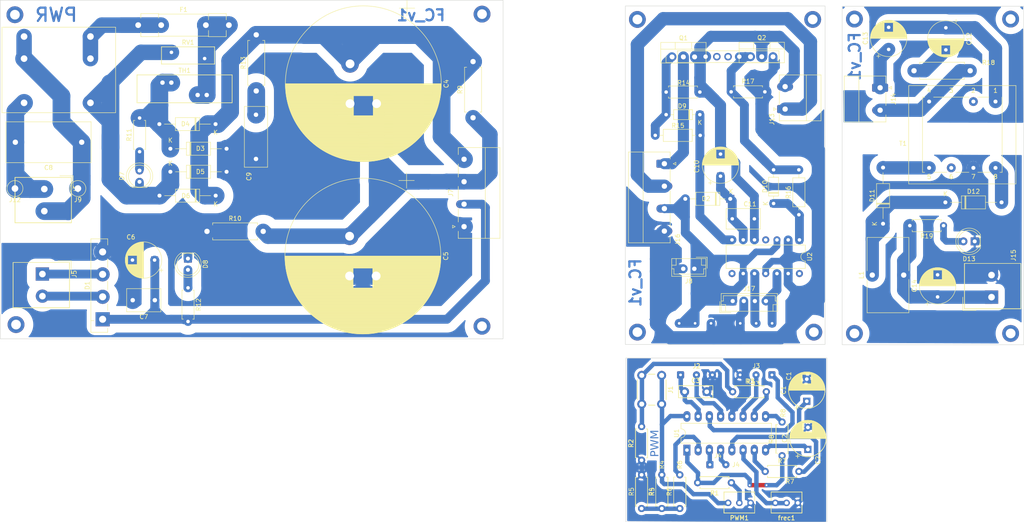
<source format=kicad_pcb>
(kicad_pcb (version 20221018) (generator pcbnew)
  (layers (0 "F.Cu" signal) (31 "B.Cu" signal) (34 "B.Paste" user) (35 "F.Paste" user) (36 "B.SilkS" user "B.Silkscreen") (37 "F.SilkS" user "F.Silkscreen") (38 "B.Mask" user) (39 "F.Mask" user) (44 "Edge.Cuts" user))
  (net 0 "")
  (net 1 "Net-(U1-CT)")
  (net 2 "GND")
  (net 3 "Net-(U1-SS)")
  (net 4 "Net-(U1-RT)")
  (net 5 "Vref")
  (net 6 "Net-(J1-Pin_2)")
  (net 7 "+12V")
  (net 8 "Vc")
  (net 9 "OutA")
  (net 10 "OutB")
  (net 11 "Sync")
  (net 12 "Osc")
  (net 13 "Net-(PWM1-Pad2)")
  (net 14 "Net-(U1-INV)")
  (net 15 "Net-(U1-SD)")
  (net 16 "Net-(R4-Pad1)")
  (net 17 "Net-(U1-NI)")
  (net 18 "Net-(U1-DISCH)")
  (net 19 "Net-(U1-COMP)")
  (net 20 "Net-(J5-Pin_2)")
  (net 21 "Net-(J5-Pin_1)")
  (net 22 "310V")
  (net 23 "155V")
  (net 24 "Neutro")
  (net 25 "Fase")
  (net 26 "Net-(D7-A)")
  (net 27 "Net-(D8-A)")
  (net 28 "Net-(F1-Pad1)")
  (net 29 "Net-(J6-Pin_2)")
  (net 30 "Net-(C9-Pad1)")
  (net 31 "Net-(F1-Pad2)")
  (net 32 "Net-(D2-K)")
  (net 33 "VS")
  (net 34 "HO")
  (net 35 "1a")
  (net 36 "LO")
  (net 37 "1b")
  (net 41 "Net-(T1-AA)")
  (net 42 "Net-(C12-Pad2)")
  (net 43 "Net-(J15-Pin_1)")
  (net 44 "GNDREF")
  (net 45 "Net-(D11-K)")
  (net 46 "Net-(D11-A)")
  (net 47 "Net-(D12-A)")
  (net 48 "Net-(D13-A)")
  (net 49 "Net-(J12-Pin_1)")
  (footprint "TerminalBlock_Altech:Altech_AK300_1x02_P5.00mm_45-Degree" (layer "F.Cu") (at 28.8095 82.2245 -90)
    (fp_text reference "J5")
    (fp_text value "12v _in")
  )
  (footprint "Diode_THT:D_DO-35_SOD27_P7.62mm_Horizontal" (layer "F.Cu") (at 177.405 46.1625 180)
    (fp_text reference "D9")
    (fp_text value "1N4148")
  )
  (footprint "Capacitor_THT:CP_Radial_D8.0mm_P5.00mm" (layer "F.Cu") (at 201.827 121.919836 90)
    (fp_text reference "C2")
    (fp_text value "10uF")
  )
  (footprint "Resistor_THT:R_Axial_DIN0207_L6.3mm_D2.5mm_P7.62mm_Horizontal" (layer "F.Cu") (at 50.773143 54.544 90)
    (fp_text reference "R11")
    (fp_text value "22k")
  )
  (footprint "MountingHole:MountingHole_2.2mm_M2_DIN965_Pad" (layer "F.Cu") (at 212.342323 24.541077)
    (fp_text reference "H9" hide)
    (fp_text value "MountingHole" hide)
  )
  (footprint "Connector_Phoenix_MC_HighVoltage:PhoenixContact_MC_1,5_2-G-5.08_1x02_P5.08mm_Horizontal" (layer "F.Cu") (at 196.6775 44.901815 90)
    (fp_text reference "J13")
    (fp_text value "trafo")
  )
  (footprint "Connector_Phoenix_MC_HighVoltage:PhoenixContact_MC_1,5_4-G-5.08_1x04_P5.08mm_Horizontal" (layer "F.Cu") (at 124.11 71.494 90)
    (fp_text reference "J7")
    (fp_text value "out_pwr")
  )
  (footprint "Capacitor_THT:CP_Radial_D8.0mm_P5.00mm" (layer "F.Cu") (at 231.138323 87.395728 90)
    (fp_text reference "C14")
    (fp_text value "100n")
  )
  (footprint "Connector_JST:JST_EH_B4B-EH-A_1x04_P2.50mm_Vertical" (layer "F.Cu") (at 184.835 88.3325)
    (fp_text reference "J17")
    (fp_text value "in_pwr")
  )
  (footprint "Resistor_THT:R_Axial_DIN0411_L9.9mm_D3.6mm_P12.70mm_Horizontal" (layer "F.Cu") (at 238.504323 36.225077 180)
    (fp_text reference "R18")
    (fp_text value "150k")
  )
  (footprint "Resistor_THT:R_Axial_DIN0207_L6.3mm_D2.5mm_P7.62mm_Horizontal" (layer "F.Cu") (at 184.475 41.0025)
    (fp_text reference "R17")
    (fp_text value "10k")
  )
  (footprint "MountingHole:MountingHole_2.2mm_M2_DIN965_Pad" (layer "F.Cu") (at 128.161143 94.032)
    (fp_text reference "H2" hide)
    (fp_text value "MountingHole" hide)
  )
  (footprint "Capacitor_THT:C_Rect_L19.0mm_W9.0mm_P15.00mm_MKS4" (layer "F.Cu") (at 37.69 52.4 180)
    (fp_text reference "C8")
    (fp_text value "47n")
  )
  (footprint "Connector_Pin:Pin_D1.3mm_L11.0mm_LooseFit" (layer "F.Cu") (at 36.83 62.874)
    (fp_text reference "J9")
    (fp_text value "pin")
  )
  (footprint "Resistor_THT:R_Axial_DIN0207_L6.3mm_D2.5mm_P7.62mm_Horizontal" (layer "F.Cu") (at 195.985 123.327185 90)
    (fp_text reference "R8")
    (fp_text value "1k")
  )
  (footprint "Resistor_THT:R_Axial_DIN0207_L6.3mm_D2.5mm_P7.62mm_Horizontal" (layer "F.Cu") (at 192.175 126.883185)
    (fp_text reference "R7")
    (fp_text value "330")
  )
  (footprint "Resistor_THT:R_Axial_DIN0207_L6.3mm_D2.5mm_P7.62mm_Horizontal" (layer "F.Cu") (at 184.809 108.849185)
    (fp_text reference "R3")
    (fp_text value "5k")
  )
  (footprint "Connector_Phoenix_MC_HighVoltage:PhoenixContact_MC_1,5_2-G-5.08_1x02_P5.08mm_Horizontal" (layer "F.Cu") (at 218.146323 40.077077 -90)
    (fp_text reference "J14")
    (fp_text value "in_trafo")
  )
  (footprint "Inductor_THT:L_CommonMode_Toroid_filter_emi" (layer "F.Cu") (at 24.665 33.4885)
    (fp_text reference "FL1" hide)
    (fp_text value "Filter_EMI")
  )
  (footprint "Potentiometer_THT:Potentiometer_Bourns_3266Y_Vertical" (layer "F.Cu") (at 194.461 133.995185 180)
    (fp_text reference "frec1")
    (fp_text value "150k")
  )
  (footprint "Diode_THT:Diode_Bridge_Vishay_GBL" (layer "F.Cu") (at 42.418 92.456 90)
    (fp_text reference "D1")
    (fp_text value "D_Bridge_+-AA")
  )
  (footprint "Diode_THT:D_A-405_P12.70mm_Horizontal" (layer "F.Cu") (at 57.733143 59.084)
    (fp_text reference "D5")
    (fp_text value "D")
  )
  (footprint "MountingHole:MountingHole_2.2mm_M2_DIN965_Pad" (layer "F.Cu") (at 203.166 95.364185)
    (fp_text reference "H8" hide)
    (fp_text value "MountingHole" hide)
  )
  (footprint "Package_DIP:DIP-16_W7.62mm_LongPads" (layer "F.Cu") (at 174.479 122.049185 90)
    (fp_text reference "U1")
    (fp_text value "UC3525")
  )
  (footprint "Capacitor_THT:CP_Radial_D8.0mm_P5.00mm" (layer "F.Cu") (at 201.573 110.997836 90)
    (fp_text reference "C1")
    (fp_text value "1nF")
  )
  (footprint "Diode_THT:D_A-405_P12.70mm_Horizontal" (layer "F.Cu") (at 57.733143 53.874)
    (fp_text reference "D3")
    (fp_text value "D")
  )
  (footprint "Resistor_THT:R_Axial_DIN0207_L6.3mm_D2.5mm_P7.62mm_Horizontal" (layer "F.Cu") (at 184.809 108.849185)
    (fp_text reference "R3")
    (fp_text value "5k")
  )
  (footprint "Connector_Wire:SolderWire-0.1sqmm_1x03_P3.6mm_D0.4mm_OD1mm" (layer "F.Cu") (at 172.731 93.3725)
    (fp_text reference "J10" hide)
    (fp_text value "pwm_power")
  )
  (footprint "Connector_Wire:SolderWire-0.1sqmm_1x03_P3.6mm_D0.4mm_OD1mm" (layer "F.Cu") (at 193.699 105.039185 180)
    (fp_text reference "J3")
    (fp_text value "Conn_01x03")
  )
  (footprint "MountingHole:MountingHole_2.2mm_M2_DIN965_Pad" (layer "F.Cu") (at 202.912 24.625645)
    (fp_text reference "H7" hide)
    (fp_text value "MountingHole" hide)
  )
  (footprint "Resistor_THT:R_Axial_DIN0207_L6.3mm_D2.5mm_P7.62mm_Horizontal" (layer "F.Cu") (at 164.235 124.343185 90)
    (fp_text reference "R2")
    (fp_text value "5k")
  )
  (footprint "Connector_Wire:SolderWire-0.1sqmm_1x02_P3.6mm_D0.4mm_OD1mm" (layer "F.Cu") (at 179.679 125.339185)
    (fp_text reference "J4")
    (fp_text value "Conn_01x02")
  )
  (footprint "Button_Switch_THT:SW_PUSH_6mm_H9.5mm" (layer "F.Cu") (at 168.771 105.143185 -90)
    (fp_text reference "J1")
    (fp_text value "shutdown")
  )
  (footprint "Resistor_THT:R_Axial_DIN0207_L6.3mm_D2.5mm_P7.62mm_Horizontal" (layer "F.Cu") (at 184.555 129.423185 180)
    (fp_text reference "R1")
    (fp_text value "1k")
  )
  (footprint "Capacitor_THT:C_Disc_D7.5mm_W5.0mm_P5.00mm" (layer "F.Cu") (at 54.218651 88.138 180)
    (fp_text reference "C7")
    (fp_text value "100nF")
  )
  (footprint "Capacitor_THT:CP_Radial_D8.0mm_P5.00mm" (layer "F.Cu") (at 201.827 121.919836 90)
    (fp_text reference "C2")
    (fp_text value "10uF")
  )
  (footprint "Fuse:Fuseholder_Clip-5x20mm_Littelfuse_445-030_Inline_P20.50x5.20mm_D1.30mm_Horizontal" (layer "F.Cu") (at 50.456 25.908)
    (fp_text reference "F1")
    (fp_text value "Fuse")
  )
  (footprint "Resistor_THT:R_Axial_DIN0411_L9.9mm_D3.6mm_P12.70mm_Horizontal" (layer "F.Cu") (at 77.14 40.8 90)
    (fp_text reference "R13")
    (fp_text value "100")
  )
  (footprint "Connector_Wire:SolderWire-0.1sqmm_1x03_P3.6mm_D0.4mm_OD1mm" (layer "F.Cu") (at 173.037 105.039185)
    (fp_text reference "J2")
    (fp_text value "Conn_01x03")
  )
  (footprint "Capacitor_THT:CP_Radial_D8.0mm_P5.00mm" (layer "F.Cu") (at 233.006323 26.504426 -90)
    (fp_text reference "C12")
    (fp_text value "100n")
  )
  (footprint "Capacitor_THT:CP_Radial_D35.0mm_P9mm" (layer "F.Cu") (at 101.34 34.17 -90)
    (fp_text reference "C4")
    (fp_text value "470u")
  )
  (footprint "Capacitor_THT:CP_Radial_D35.0mm_P9mm" (layer "F.Cu") (at 101.24 73.16 -90)
    (fp_text reference "C5")
    (fp_text value "470u")
  )
  (footprint "Resistor_THT:R_Axial_DIN0207_L6.3mm_D2.5mm_P7.62mm_Horizontal" (layer "F.Cu") (at 61.722 85.344 -90)
    (fp_text reference "R12")
    (fp_text value "1k")
  )
  (footprint "Resistor_THT:R_Axial_DIN0207_L6.3mm_D2.5mm_P7.62mm_Horizontal" (layer "F.Cu") (at 168.807 135.265185 90)
    (fp_text reference "R4")
    (fp_text value "10k")
  )
  (footprint "Capacitor_THT:CP_Radial_D8.0mm_P5.00mm" (layer "F.Cu") (at 220.076323 31.407077 90)
    (fp_text reference "C13")
    (fp_text value "100n")
  )
  (footprint "LED_THT:LED_D5.0mm" (layer "F.Cu") (at 50.753143 61.349 90)
    (fp_text reference "D7")
    (fp_text value "LED")
  )
  (footprint "Diode_THT:D_A-405_P12.70mm_Horizontal" (layer "F.Cu") (at 67.943143 48.304 180)
    (fp_text reference "D4")
    (fp_text value "D")
  )
  (footprint "Resistor_THT:R_Axial_DIN0207_L6.3mm_D2.5mm_P7.62mm_Horizontal" (layer "F.Cu") (at 172.871 135.265185 90)
    (fp_text reference "R6")
    (fp_text value "1k")
  )
  (footprint "Capacitor_THT:C_Disc_D7.5mm_W2.5mm_P5.00mm" (layer "F.Cu") (at 173.967 108.849185)
    (fp_text reference "C3")
    (fp_text value "0.1uF")
  )
  (footprint "Potentiometer_THT:Potentiometer_Bourns_3266Y_Vertical" (layer "F.Cu") (at 183.793 133.995185 180)
    (fp_text reference "PWM1")
    (fp_text value "10k")
  )
  (footprint "Connector_Wire:SolderWire-0.1sqmm_1x03_P3.6mm_D0.4mm_OD1mm" (layer "F.Cu") (at 193.709 105.039185 180)
    (fp_text reference "J3")
    (fp_text value "Conn_01x03")
  )
  (footprint "TerminalBlock_Altech:Altech_AK300_1x02_P5.00mm_45-Degree" (layer "F.Cu") (at 243.330323 87.453077 90)
    (fp_text reference "J15")
    (fp_text value "out_R")
  )
  (footprint "Varistor:RV_Disc_D21.5mm_W6.3mm_P10mm" (layer "F.Cu") (at 65.947143 41.718 180)
    (fp_text reference "TH1")
    (fp_text value "NTC")
  )
  (footprint "Resistor_THT:R_Axial_DIN0207_L6.3mm_D2.5mm_P7.62mm_Horizontal" (layer "F.Cu") (at 184.509 129.429185 180)
    (fp_text reference "R1")
    (fp_text value "1k")
  )
  (footprint "Inductor_THT:L_Toroid_Vertical_L16.8mm_W9.2mm_P7.10mm_Vishay_TJ3" (layer "F.Cu") (at 216.377 82.457645 90)
    (fp_text reference "L1")
    (fp_text value "L")
  )
  (footprint "Capacitor_THT:C_Disc_D7.5mm_W2.5mm_P5.00mm" (layer "F.Cu") (at 173.967 108.849185)
    (fp_text reference "C3")
    (fp_text value "0.1uF")
  )
  (footprint "MountingHole:MountingHole_2.2mm_M2_DIN965_Pad" (layer "F.Cu") (at 247.648323 95.661077)
    (fp_text reference "H12" hide)
    (fp_text value "MountingHole" hide)
  )
  (footprint "Package_DIP:DIP-14_W7.62mm" (layer "F.Cu") (at 199.91 74.4925 -90)
    (fp_text reference "U2")
    (fp_text value "IR2110")
  )
  (footprint "Resistor_THT:R_Axial_DIN0207_L6.3mm_D2.5mm_P7.62mm_Horizontal" (layer "F.Cu") (at 164.235 124.343185 90)
    (fp_text reference "R2")
    (fp_text value "5k")
  )
  (footprint "Resistor_THT:R_Axial_DIN0207_L6.3mm_D2.5mm_P7.62mm_Horizontal" (layer "F.Cu") (at 172.871 135.265185 90)
    (fp_text reference "R6")
    (fp_text value "1k")
  )
  (footprint "Potentiometer_THT:Potentiometer_Bourns_3266Y_Vertical" (layer "F.Cu") (at 183.793 133.995185 180)
    (fp_text reference "PWM1")
    (fp_text value "10k")
  )
  (footprint "MountingHole:MountingHole_2.2mm_M2_DIN965_Pad" (layer "F.Cu") (at 163.288 24.625645)
    (fp_text reference "H6" hide)
    (fp_text value "MountingHole" hide)
  )
  (footprint "MountingHole:MountingHole_2.2mm_M2_DIN965_Pad" (layer "F.Cu") (at 212.342323 95.661077)
    (fp_text reference "H11" hide)
    (fp_text value "MountingHole" hide)
  )
  (footprint "Resistor_THT:R_Axial_DIN0411_L9.9mm_D3.6mm_P12.70mm_Horizontal" (layer "F.Cu") (at 126.142 46.856 90)
    (fp_text reference "R9")
    (fp_text value "150k")
  )
  (footprint "MountingHole:MountingHole_2.2mm_M2_DIN965_Pad" (layer "F.Cu") (at 22.847143 93.658)
    (fp_text reference "H4" hide)
    (fp_text value "MountingHole" hide)
  )
  (footprint "TerminalBlock_Altech:Altech_AK300_1x02_P5.00mm_45-Degree" (layer "F.Cu") (at 29.24 62.992 -90)
    (fp_text reference "J6")
    (fp_text value "in_red")
  )
  (footprint "Capacitor_THT:CP_Radial_D8.0mm_P5.00mm" (layer "F.Cu") (at 182.075 60.0825 90)
    (fp_text reference "C10")
    (fp_text value "100n")
  )
  (footprint "Diode_THT:D_A-405_P12.70mm_Horizontal" (layer "F.Cu") (at 218.812 70.837645 90)
    (fp_text reference "D11")
    (fp_text value "D")
  )
  (footprint "Connector_Phoenix_MC_HighVoltage:PhoenixContact_MC_1,5_4-G-5.08_1x04_P5.08mm_Horizontal" (layer "F.Cu") (at 169.384 57.264185 -90)
    (fp_text reference "J16")
    (fp_text value "in_pwr")
  )
  (footprint "Connector_Wire:SolderWire-0.1sqmm_1x03_P3.6mm_D0.4mm_OD1mm" (layer "F.Cu") (at 173.037 105.039185)
    (fp_text reference "J2")
    (fp_text value "Conn_01x03")
  )
  (footprint "Button_Switch_THT:SW_PUSH_6mm_H9.5mm" (layer "F.Cu") (at 168.771 105.143185 -90)
    (fp_text reference "J1")
    (fp_text value "shutdown")
  )
  (footprint "Transformer_THT:Transformer_Breve_TEZ-22x24" (layer "F.Cu") (at 244.226323 43.203077 180)
    (fp_text reference "T1")
    (fp_text value "Transformer_1P_SS")
  )
  (footprint "MountingHole:MountingHole_2.2mm_M2_DIN965_Pad" (layer "F.Cu") (at 128.174 23.42)
    (fp_text reference "H1" hide)
    (fp_text value "MountingHole" hide)
  )
  (footprint "Connector_PinHeader_2.54mm:PinHeader_1x10_P2.54mm_Vertical" (layer "F.Cu") (at 171.085 33.0425 90)
    (fp_text reference "J19" hide)
    (fp_text value "montage")
  )
  (footprint "Diode_THT:D_A-405_P12.70mm_Horizontal" (layer "F.Cu") (at 232.896323 66.007077)
    (fp_text reference "D12")
    (fp_text value "D")
  )
  (footprint "Potentiometer_THT:Potentiometer_Bourns_3266Y_Vertical" (layer "F.Cu") (at 194.461 133.995185 180)
    (fp_text reference "frec1")
    (fp_text value "150k")
  )
  (footprint "Connector_Wire:SolderWire-0.1sqmm_1x03_P3.6mm_D0.4mm_OD1mm" (layer "F.Cu") (at 193.735 93.3725 180)
    (fp_text reference "J11" hide)
    (fp_text value "pwm_señal")
  )
  (footprint "Capacitor_THT:C_Rect_L13.5mm_W5.0mm_P10.00mm_FKS3_FKP3_MKS4" (layer "F.Cu") (at 77.08 46.18 -90)
    (fp_text reference "C9")
    (fp_text value "10n")
  )
  (footprint "Resistor_THT:R_Axial_DIN0207_L6.3mm_D2.5mm_P7.62mm_Horizontal" (layer "F.Cu") (at 164.235 127.645185 -90)
    (fp_text reference "R5")
    (fp_text value "10k")
  )
  (footprint "Resistor_THT:R_Axial_DIN0207_L6.3mm_D2.5mm_P7.62mm_Horizontal" (layer "F.Cu") (at 232.482 71.267645 180)
    (fp_text reference "R19")
    (fp_text value "22k")
  )
  (footprint "Resistor_THT:R_Axial_DIN0207_L6.3mm_D2.5mm_P7.62mm_Horizontal" (layer "F.Cu") (at 192.175 126.883185)
    (fp_text reference "R7")
    (fp_text value "330")
  )
  (footprint "Resistor_THT:R_Axial_DIN0207_L6.3mm_D2.5mm_P7.62mm_Horizontal" (layer "F.Cu") (at 169.785 41.0525)
    (fp_text reference "R14")
    (fp_text value "10k")
  )
  (footprint "Connector_JST:JST_EH_B2B-EH-A_1x02_P2.50mm_Vertical" (layer "F.Cu") (at 176.155 81.0325 180)
    (fp_text reference "J8")
    (fp_text value "fan")
  )
  (footprint "Connector_Wire:SolderWire-0.1sqmm_1x02_P3.6mm_D0.4mm_OD1mm" (layer "F.Cu") (at 179.685 125.359185)
    (fp_text reference "J4")
    (fp_text value "Conn_01x02")
  )
  (footprint "Resistor_THT:R_Axial_DIN0207_L6.3mm_D2.5mm_P7.62mm_Horizontal" (layer "F.Cu") (at 168.807 135.265185 90)
    (fp_text reference "R4")
    (fp_text value "10k")
  )
  (footprint "Varistor:RV_Disc_D12mm_W3.9mm_P7.5mm" (layer "F.Cu") (at 65.472 33.466 180)
    (fp_text reference "RV1")
    (fp_text value "Varistor")
  )
  (footprint "Diode_THT:D_A-405_P12.70mm_Horizontal" (layer "F.Cu") (at 67.973143 64.484 180)
    (fp_text reference "D6")
    (fp_text value "D")
  )
  (footprint "Capacitor_THT:CP_Radial_D8.0mm_P5.00mm" (layer "F.Cu") (at 201.573 110.997836 90)
    (fp_text reference "C1")
    (fp_text value "1nF")
  )
  (footprint "MountingHole:MountingHole_2.2mm_M2_DIN965_Pad" (layer "F.Cu") (at 163.288 95.364185)
    (fp_text reference "H5" hide)
    (fp_text value "MountingHole" hide)
  )
  (footprint "Resistor_THT:R_Axial_DIN0207_L6.3mm_D2.5mm_P7.62mm_Horizontal" (layer "F.Cu") (at 164.235 127.645185 -90)
    (fp_text reference "R5")
    (fp_text value "10k")
  )
  (footprint "Diode_THT:D_DO-35_SOD27_P7.62mm_Horizontal" (layer "F.Cu") (at 194.065 66.2625 90)
    (fp_text reference "D10")
    (fp_text value "1N4148")
  )
  (footprint "MountingHole:MountingHole_2.2mm_M2_DIN965_Pad" (layer "F.Cu") (at 247.648323 24.541077)
    (fp_text reference "H10" hide)
    (fp_text value "MountingHole" hide)
  )
  (footprint "Diode_THT:D_A-405_P10.16mm_Horizontal" (layer "F.Cu") (at 184.275 65.2125 180)
    (fp_text reference "D2")
    (fp_text value "D")
  )
  (footprint "Connector_Pin:Pin_D1.3mm_L11.0mm_LooseFit" (layer "F.Cu") (at 22.606 62.874)
    (fp_text reference "J12")
    (fp_text value "pin")
  )
  (footprint "LED_THT:LED_D5.0mm" (layer "F.Cu") (at 61.702 78.724 -90)
    (fp_text reference "D8")
    (fp_text value "LED")
  )
  (footprint "Resistor_THT:R_Axial_DIN0411_L9.9mm_D3.6mm_P12.70mm_Horizontal" (layer "F.Cu") (at 66.01 72.57)
    (fp_text reference "R10")
    (fp_text value "150k")
  )
  (footprint "Package_TO_SOT_THT:TO-220-3_Vertical" (layer "F.Cu") (at 188.855 33.0525)
    (fp_text reference "Q2")
    (fp_text value "IRF740")
  )
  (footprint "LED_THT:LED_D5.0mm" (layer "F.Cu") (at 239.520323 74.833077 180)
    (fp_text reference "D13")
    (fp_text value "LED")
  )
  (footprint "Capacitor_THT:C_Disc_D7.5mm_W4.4mm_P5.00mm" (layer "F.Cu") (at 184.725 69.7325)
    (fp_text reference "C11")
    (fp_text value "22u")
  )
  (footprint "Package_TO_SOT_THT:TO-220-3_Vertical" (layer "F.Cu") (at 171.145 33.1025)
    (fp_text reference "Q1")
    (fp_text value "IRF740")
  )
  (footprint "Resistor_THT:R_Axial_DIN0207_L6.3mm_D2.5mm_P10.16mm_Horizontal" (layer "F.Cu") (at 177.485 50.8525 180)
    (fp_text reference "R15")
    (fp_text value "100")
  )
  (footprint "MountingHole:MountingHole_2.2mm_M2_DIN965_Pad" (layer "F.Cu") (at 22.593143 23.554)
    (fp_text reference "H3" hide)
    (fp_text value "MountingHole" hide)
  )
  (footprint "Capacitor_THT:CP_Radial_D8.0mm_P5.00mm" (layer "F.Cu") (at 54.158651 79.058 180)
    (fp_text reference "C6")
    (fp_text value "1000uF")
  )
  (footprint "Resistor_THT:R_Axial_DIN0207_L6.3mm_D2.5mm_P7.62mm_Horizontal" (layer "F.Cu") (at 195.985 123.327185 90)
    (fp_text reference "R8")
    (fp_text value "1k")
  )
  (footprint "Resistor_THT:R_Axial_DIN0207_L6.3mm_D2.5mm_P10.16mm_Horizontal" (layer "F.Cu") (at 199.785 68.8025 90)
    (fp_text reference "R16")
    (fp_text value "100")
  )
  (gr_rect (start 209.562323 21.626537) (end 250.632323 98.207077) (stroke (width 0.1)) (fill none) (layer "Edge.Cuts"))
  (gr_rect (start 160.572 21.577645) (end 205.706 98.158185) (stroke (width 0.1)) (fill none) (layer "Edge.Cuts"))
  (gr_rect (start 19.273143 20.274) (end 132.923143 96.876) (stroke (width 0.1)) (fill none) (layer "Edge.Cuts"))
  (gr_rect (start 160.679 101.229185) (end 206.145 138.313185) (stroke (width 0.1)) (fill none) (layer "Edge.Cuts"))
  (gr_text "PWM " (at 168.342 123.637645 90) (layer "B.Cu") (effects (font (size 1.8 1.8)) (justify left bottom)))
  (gr_text "FC_v1" (at 213.866323 32.987077 90) (layer "B.Cu") (effects (font (size 2.5 2.5) (thickness 0.5) bold) (justify bottom mirror)))
  (gr_text "FC_v1" (at 164.304 84.188185 90) (layer "B.Cu") (effects (font (size 2.5 2.5) (thickness 0.5) bold) (justify bottom mirror)))
  (gr_text "FC_v1" (at 114.37 25.16) (layer "B.Cu") (effects (font (size 2.5 2.5) (thickness 0.5) bold) (justify bottom mirror)))
  (gr_text "PWR" (at 31.93 25.35) (layer "B.Cu") (effects (font (size 3 3) (thickness 0.5) bold) (justify bottom mirror)))
  (segment (start 184.73 120.203645) (end 185.868 119.065645) (width 1) (layer "B.Cu") (net 1))
  (segment (start 185.868 119.065645) (end 196.79 119.065645) (width 1) (layer "B.Cu") (net 1))
  (segment (start 199.838 126.939645) (end 200.96937 126.939645) (width 1) (layer "B.Cu") (net 1))
  (segment (start 199.838 116.62055) (end 199.838 112.832296) (width 1) (layer "B.Cu") (net 1))
  (segment (start 203.67 120.176296) (end 202.559349 119.065645) (width 1) (layer "B.Cu") (net 1))
  (segment (start 202.559349 119.065645) (end 196.79 119.065645) (width 1) (layer "B.Cu") (net 1))
  (segment (start 197.392905 119.065645) (end 199.838 116.62055) (width 1) (layer "B.Cu") (net 1))
  (segment (start 196.79 119.065645) (end 197.392905 119.065645) (width 1) (layer "B.Cu") (net 1))
  (segment (start 200.96937 126.939645) (end 203.67 124.239015) (width 1) (layer "B.Cu") (net 1))
  (segment (start 199.838 112.832296) (end 201.616 111.054296) (width 1) (layer "B.Cu") (net 1))
  (segment (start 203.67 124.239015) (end 203.67 120.176296) (width 1) (layer "B.Cu") (net 1))
  (segment (start 184.73 121.977645) (end 184.73 120.203645) (width 1) (layer "B.Cu") (net 1))
  (segment (start 49.218651 79.118) (end 49.158651 79.058) (width 2) (layer "B.Cu") (net 2))
  (segment (start 195.522 96.658185) (end 204.206 87.974185) (width 3) (layer "B.Cu") (net 2))
  (segment (start 98.24 82.66) (end 78.15 82.66) (width 4) (layer "B.Cu") (net 2))
  (segment (start 167.716 81.517645) (end 167.606 81.627645) (width 1.5) (layer "B.Cu") (net 2))
  (segment (start 203.00137 116.976296) (end 205.172 119.146926) (width 1) (layer "B.Cu") (net 2))
  (segment (start 49.218651 72.601349) (end 49.218651 88.138) (width 4) (layer "B.Cu") (net 2))
  (segment (start 164.278 124.399645) (end 164.278 127.701645) (width 1) (layer "B.Cu") (net 2))
  (segment (start 77.08 61.8) (end 77.08 56.18) (width 4) (layer "B.Cu") (net 2))
  (segment (start 191.71 135.773745) (end 190.6381 135.773745) (width 1) (layer "B.Cu") (net 2))
  (segment (start 180.28 105.095645) (end 180.28 107.89523) (width 1) (layer "B.Cu") (net 2))
  (segment (start 202.28863 52.322815) (end 194.315315 52.322815) (width 3) (layer "B.Cu") (net 2))
  (segment (start 168.201145 81.0325) (end 167.606 81.627645) (width 2) (layer "B.Cu") (net 2))
  (segment (start 197.37 80.6325) (end 197.37 79.3125) (width 2) (layer "B.Cu") (net 2))
  (segment (start 190.6381 135.773745) (end 188.916 134.051645) (width 1) (layer "B.Cu") (net 2))
  (segment (start 197.37 82.1125) (end 197.37 80.6325) (width 2) (layer "B.Cu") (net 2))
  (segment (start 73.14 77.65) (end 73.14 72.29) (width 4) (layer "B.Cu") (net 2))
  (segment (start 167.606 74.282185) (end 169.384 72.504185) (width 3) (layer "B.Cu") (net 2))
  (segment (start 173.655 81.0325) (end 168.201145 81.0325) (width 2) (layer "B.Cu") (net 2))
  (segment (start 197.37 79.3125) (end 195.845 79.3125) (width 1.5) (layer "B.Cu") (net 2))
  (segment (start 184.73 112.34523) (end 184.73 114.357645) (width 1) (layer "B.Cu") (net 2))
  (segment (start 191.455 49.4625) (end 191.455 43.7125) (width 3) (layer "B.Cu") (net 2))
  (segment (start 186.535 91.6625) (end 187.335 90.8625) (width 2) (layer "B.Cu") (net 2))
  (segment (start 201.616 106.054296) (end 198.117349 102.555645) (width 1) (layer "B.Cu") (net 2))
  (segment (start 78.15 82.66) (end 73.14 77.65) (width 4) (layer "B.Cu") (net 2))
  (segment (start 167.786 78.6425) (end 167.606 78.8225) (width 2) (layer "B.Cu") (net 2))
  (segment (start 173.422 132.273645) (end 176.9221 135.773745) (width 1) (layer "B.Cu") (net 2))
  (segment (start 204.206 87.974185) (end 204.206 78.3925) (width 3) (layer "B.Cu") (net 2))
  (segment (start 197.37 84.4275) (end 200.916685 87.974185) (width 2) (layer "B.Cu") (net 2))
  (segment (start 204.206 78.3925) (end 204.206 54.240185) (width 3) (layer "B.Cu") (net 2))
  (segment (start 109.99 82.66) (end 104.24 82.66) (width 4) (layer "B.Cu") (net 2))
  (segment (start 205.172 128.463645) (end 199.584 134.051645) (width 1) (layer "B.Cu") (net 2))
  (segment (start 72.86 72.57) (end 49.25 72.57) (width 4) (layer "B.Cu") (net 2))
  (segment (start 164.278 127.701645) (end 168.85 132.273645) (width 1) (layer "B.Cu") (net 2))
  (segment (start 61.702 75.228) (end 61.702 78.724) (width 2) (layer "B.Cu") (net 2))
  (segment (start 186.535 93.3725) (end 186.535 96.588185) (width 2) (layer "B.Cu") (net 2))
  (segment (start 180.28 107.89523) (end 184.73 112.34523) (width 1) (layer "B.Cu") (net 2))
  (segment (start 188.154 102.555645) (end 187.341999 103.367646) (width 1) (layer "B.Cu") (net 2))
  (segment (start 77.08 56.18) (end 72.739143 56.18) (width 4) (layer "B.Cu") (net 2))
  (segment (start 77.08 65.34) (end 77.08 61.8) (width 4) (layer "B.Cu") (net 2))
  (segment (start 205.172 122.621645) (end 205.172 128.463645) (width 1) (layer "B.Cu") (net 2))
  (segment (start 195.845 79.3125) (end 193.755 79.3125) (width 1.5) (layer "B.Cu") (net 2))
  (segment (start 179.931 96.029185) (end 180.56 96.658185) (width 2) (layer "B.Cu") (net 2))
  (segment (start 104.24 82.66) (end 98.24 82.66) (width 4) (layer "B.Cu") (net 2))
  (segment (start 186.605 96.658185) (end 180.56 96.658185) (width 3) (layer "B.Cu") (net 2))
  (segment (start 186.542 105.095645) (end 187.341999 105.895644) (width 1) (layer "B.Cu") (net 2))
  (segment (start 195.845 79.3125) (end 195.845 79.1775) (width 1.5) (layer "B.Cu") (net 2))
  (segment (start 73.14 72.29) (end 73.14 69.28) (width 4) (layer "B.Cu") (net 2))
  (segment (start 195.845 79.3125) (end 196.05 79.3125) (width 1.5) (layer "B.Cu") (net 2))
  (segment (start 47.064 72.57) (end 42.418 77.216) (width 4) (layer "B.Cu") (net 2))
  (segment (start 187.335 90.8625) (end 187.335 88.3325) (width 2) (layer "B.Cu") (net 2))
  (segment (start 74.364 59.084) (end 77.08 61.8) (width 4) (layer "B.Cu") (net 2))
  (segment (start 70.433143 59.084) (end 74.176 59.084) (width 4) (layer "B.Cu") (net 2))
  (segment (start 187.341999 110.809006) (end 184.73 113.421005) (width 1) (layer "B.Cu") (net 2))
  (segment (start 191.455 41.6425) (end 192.095 41.0025) (width 3) (layer "B.Cu") (net 2))
  (segment (start 168.85 132.273645) (end 173.422 132.273645) (width 1) (layer "B.Cu") (net 2))
  (segment (start 200.916685 87.974185) (end 204.206 87.974185) (width 2) (layer "B.Cu") (net 2))
  (segment (start 193.955 36.1525) (end 193.945 36.1425) (width 2) (layer "B.Cu") (net 2))
  (segment (start 70.433143 59.084) (end 74.364 59.084) (width 4) (layer "B.Cu") (net 2))
  (segment (start 61.72 75.21) (end 61.702 75.228) (width 2) (layer "B.Cu") (net 2))
  (segment (start 205.172 109.610296) (end 205.172 122.621645) (width 1) (layer "B.Cu") (net 2))
  (segment (start 192.095 41.0025) (end 192.095 38.0125) (width 2) (layer "B.Cu") (net 2))
  (segment (start 61.72 74.59) (end 63.74 72.57) (width 2) (layer "B.Cu") (net 2))
  (segment (start 204.15737 78.44113) (end 204.206 78.3925) (width 2) (layer "B.Cu") (net 2))
  (segment (start 179.931 93.3725) (end 179.931 96.029185) (width 2) (layer "B.Cu") (net 2))
  (segment (start 187.341999 105.895644) (end 187.341999 110.809006) (width 1) (layer "B.Cu") (net 2))
  (segment (start 63.74 72.57) (end 66.01 72.57) (width 2) (layer "B.Cu") (net 2))
  (segment (start 192.095 38.0125) (end 193.955 36.1525) (width 2) (layer "B.Cu") (net 2))
  (segment (start 205.172 119.146926) (end 205.172 122.621645) (width 1) (layer "B.Cu") (net 2))
  (segment (start 49.25 72.57) (end 47.064 72.57) (width 4) (layer "B.Cu") (net 2))
  (segment (start 194.315315 52.322815) (end 191.455 49.4625) (width 3) (layer "B.Cu") (net 2))
  (segment (start 195.965 79.3125) (end 197.285 80.6325) (width 1.5) (layer "B.Cu") (net 2))
  (segment (start 187.341999 103.367646) (end 187.341999 110.809006) (width 1) (layer "B.Cu") (net 2))
  (segment (start 72.86 72.57) (end 66.01 72.57) (width 4) (layer "B.Cu") (net 2))
  (segment (start 197.8619 135.773745) (end 191.71 135.773745) (width 1) (layer "B.Cu") (net 2))
  (segment (start 180.020415 107.89523) (end 180.28 107.89523) (width 1) (layer "B.Cu") (net 2))
  (segment (start 179.01 108.905645) (end 180.020415 107.89523) (width 1) (layer "B.Cu") (net 2))
  (segment (start 197.37 79.3125) (end 197.37 77.6525) (width 2) (layer "B.Cu") (net 2))
  (segment (start 198.117349 102.555645) (end 188.154 102.555645) (width 1) (layer "B.Cu") (net 2))
  (segment (start 197.8619 135.773745) (end 199.584 134.051645) (width 1) (layer "B.Cu") (net 2))
  (segment (start 124.11 71.494) (end 121.156 71.494) (width 4) (layer "B.Cu") (net 2))
  (segment (start 192.29 80.7775) (end 192.29 82.1125) (width 1.5) (layer "B.Cu") (net 2))
  (segment (start 204.206 54.240185) (end 202.28863 52.322815) (width 3) (layer "B.Cu") (net 2))
  (segment (start 70.433143 53.874) (end 70.433143 57.048286) (width 4) (layer "B.Cu") (net 2))
  (segment (start 167.606 81.627645) (end 167.606 78.8225) (width 3) (layer "B.Cu") (net 2))
  (segment (start 70.433143 59.084) (end 70.433143 53.874) (width 4) (layer "B.Cu") (net 2))
  (segment (start 195.845 79.1775) (end 197.37 77.6525) (width 1.5) (layer "B.Cu") (net 2))
  (segment (start 197.37 79.3125) (end 197.36 79.3025) (width 1.5) (layer "B.Cu") (net 2))
  (segment (start 167.776 78.6525) (end 167.606 78.8225) (width 2) (layer "B.Cu") (net 2))
  (segment (start 197.37 77.6525) (end 197.37 74.4925) (width 2) (layer "B.Cu") (net 2))
  (segment (start 201.87 116.976296) (end 203.00137 116.976296) (width 1) (layer "B.Cu") (net 2))
  (segment (start 184.73 113.421005) (end 184.73 114.357645) (width 1) (layer "B.Cu") (net 2))
  (segment (start 193.945 36.1425) (end 193.945 33.0425) (width 2) (layer "B.Cu") (net 2))
  (segment (start 61.72 74.59) (end 61.72 75.21) (width 2) (layer "B.Cu") (net 2))
  (segment (start 72.739143 56.18) (end 70.433143 53.874) (width 4) (layer "B.Cu") (net 2))
  (segment (start 170.80454 96.658185) (end 167.606 93.459645) (width 3) (layer "B.Cu") (net 2))
  (segment (start 73.14 72.29) (end 72.86 72.57) (width 4) (layer "B.Cu") (net 2))
  (segment (start 73.14 69.28) (end 77.08 65.34) (width 4) (layer "B.Cu") (net 2))
  (segment (start 193.755 79.3125) (end 192.29 80.7775) (width 1.5) (layer "B.Cu") (net 2))
  (segment (start 180.56 96.658185) (end 170.80454 96.658185) (width 3) (layer "B.Cu") (net 2))
  (segment (start 167.606 78.8225) (end 167.606 74.282185) (width 3) (layer "B.Cu") (net 2))
  (segment (start 49.25 72.57) (end 49.218651 72.601349) (width 4) (layer "B.Cu") (net 2))
  (segment (start 121.156 71.494) (end 109.99 82.66) (width 4) (layer "B.Cu") (net 2))
  (segment (start 176.9221 135.773745) (end 191.71 135.773745) (width 1) (layer "B.Cu") (net 2))
  (segment (start 191.455 43.7125) (end 191.455 41.6425) (width 3) (layer "B.Cu") (net 2))
  (segment (start 201.616 106.054296) (end 205.172 109.610296) (width 1) (layer "B.Cu") (net 2))
  (segment (start 53.24 72.56) (end 53.25 72.57) (width 2) (layer "B.Cu") (net 2))
  (segment (start 186.535 96.588185) (end 186.605 96.658185) (width 2) (layer "B.Cu") (net 2))
  (segment (start 74.176 59.084) (end 77.08 56.18) (width 4) (layer "B.Cu") (net 2))
  (segment (start 167.606 93.459645) (end 167.606 81.627645) (width 3) (layer "B.Cu") (net 2))
  (segment (start 197.37 82.1125) (end 197.37 84.4275) (width 2) (layer "B.Cu") (net 2))
  (segment (start 186.535 93.3725) (end 186.535 91.6625) (width 2) (layer "B.Cu") (net 2))
  (segment (start 186.605 96.658185) (end 195.522 96.658185) (width 3) (layer "B.Cu") (net 2))
  (segment (start 201.87 121.976296) (end 200.991349 121.097645) (width 1) (layer "B.Cu") (net 3))
  (segment (start 193.23 121.097645) (end 192.35 121.977645) (width 1) (layer "B.Cu") (net 3))
  (segment (start 200.991349 121.097645) (end 193.23 121.097645) (width 1) (layer "B.Cu") (net 3))
  (segment (start 190.186 131.765645) (end 190.186 127.028965) (width 1) (layer "B.Cu") (net 4))
  (segment (start 190.186 127.028965) (end 187.27 124.112965) (width 1) (layer "B.Cu") (net 4))
  (segment (start 197.044 134.051645) (end 194.504 134.051645) (width 1) (layer "B.Cu") (net 4))
  (segment (start 192.472 134.051645) (end 190.186 131.765645) (width 1) (layer "B.Cu") (net 4))
  (segment (start 187.27 124.112965) (end 187.27 121.977645) (width 1) (layer "B.Cu") (net 4))
  (segment (start 194.504 134.051645) (end 192.472 134.051645) (width 1) (layer "B.Cu") (net 4))
  (segment (start 168.85 129.225645) (end 168.85 127.701645) (width 1) (layer "B.Cu") (net 5))
  (segment (start 179.518 132.019645) (end 175.962 132.019645) (width 1) (layer "B.Cu") (net 5))
  (segment (start 168.85 127.701645) (end 168.85 116.271645) (width 1) (layer "B.Cu") (net 5))
  (segment (start 173.676 129.733645) (end 169.358 129.733645) (width 1) (layer "B.Cu") (net 5))
  (segment (start 175.962 132.019645) (end 173.676 129.733645) (width 1) (layer "B.Cu") (net 5))
  (segment (start 168.85 116.271645) (end 168.85 111.735645) (width 1) (layer "B.Cu") (net 5))
  (segment (start 174.57 114.357645) (end 170.764 114.357645) (width 1) (layer "B.Cu") (net 5))
  (segment (start 183.836 134.051645) (end 181.55 134.051645) (width 1) (layer "B.Cu") (net 5))
  (segment (start 168.85 111.735645) (end 168.814 111.699645) (width 1) (layer "B.Cu") (net 5))
  (segment (start 181.55 134.051645) (end 179.518 132.019645) (width 1) (layer "B.Cu") (net 5))
  (segment (start 169.358 129.733645) (end 168.85 129.225645) (width 1) (layer "B.Cu") (net 5))
  (segment (start 170.764 114.357645) (end 168.85 116.271645) (width 1) (layer "B.Cu") (net 5))
  (segment (start 168.814 105.199645) (end 168.814 111.699645) (width 1) (layer "B.Cu") (net 5))
  (segment (start 183.582 107.635645) (end 184.852 108.905645) (width 1) (layer "B.Cu") (net 6))
  (segment (start 182.058 102.555645) (end 183.582 104.079645) (width 1) (layer "B.Cu") (net 6))
  (segment (start 164.314 111.699645) (end 164.314 116.743645) (width 1) (layer "B.Cu") (net 6))
  (segment (start 164.314 116.743645) (end 164.278 116.779645) (width 1) (layer "B.Cu") (net 6))
  (segment (start 164.314 105.199645) (end 166.958 102.555645) (width 1) (layer "B.Cu") (net 6))
  (segment (start 164.314 105.199645) (end 164.314 111.699645) (width 1) (layer "B.Cu") (net 6))
  (segment (start 183.582 104.079645) (end 183.582 107.635645) (width 1) (layer "B.Cu") (net 6))
  (segment (start 166.958 102.555645) (end 182.058 102.555645) (width 1) (layer "B.Cu") (net 6))
  (segment (start 173.08 107.975645) (end 174.01 108.905645) (width 1) (layer "B.Cu") (net 7))
  (segment (start 177.11 114.357645) (end 177.11 112.847645) (width 1) (layer "B.Cu") (net 7))
  (segment (start 173.08 105.095645) (end 173.08 107.975645) (width 1) (layer "B.Cu") (net 7))
  (segment (start 173.168 105.183645) (end 173.08 105.095645) (width 1) (layer "B.Cu") (net 7))
  (segment (start 174.438 111.191645) (end 174.01 110.763645) (width 1) (layer "B.Cu") (net 7))
  (segment (start 174.01 110.763645) (end 174.01 108.905645) (width 1) (layer "B.Cu") (net 7))
  (segment (start 175.454 111.191645) (end 174.438 111.191645) (width 1) (layer "B.Cu") (net 7))
  (segment (start 177.11 112.847645) (end 175.454 111.191645) (width 1) (layer "B.Cu") (net 7))
  (segment (start 176.331 90.3125) (end 176.331 86.6425) (width 2) (layer "B.Cu") (net 8))
  (segment (start 60.84 92.576) (end 60.72 92.456) (width 2) (layer "B.Cu") (net 8))
  (segment (start 120.234 92.456) (end 128.936 83.754) (width 2) (layer "B.Cu") (net 8))
  (segment (start 176.68 109.877645) (end 176.68 105.095645) (width 1) (layer "B.Cu") (net 8))
  (segment (start 187.21 80.10996) (end 187.21 82.1125) (width 1.5) (layer "B.Cu") (net 8))
  (segment (start 190.113145 77.206815) (end 187.21 80.10996) (width 1.5) (layer "B.Cu") (net 8))
  (segment (start 176.331 93.3725) (end 176.331 90.3125) (width 2) (layer "B.Cu") (net 8))
  (segment (start 182.19 113.101645) (end 180.534 111.445645) (width 1) (layer "B.Cu") (net 8))
  (segment (start 174.515 93.3725) (end 172.731 93.3725) (width 2) (layer "B.Cu") (net 8))
  (segment (start 194.83 75.897815) (end 193.521 77.206815) (width 1.5) (layer "B.Cu") (net 8))
  (segment (start 184.835 88.3325) (end 178.311 88.3325) (width 2) (layer "B.Cu") (net 8))
  (segment (start 178.248 111.445645) (end 176.68 109.877645) (width 1) (layer "B.Cu") (net 8))
  (segment (start 176.331 80.0625) (end 176.331 75.1185) (width 2) (layer "B.Cu") (net 8))
  (segment (start 169.415685 67.3925) (end 169.384 67.424185) (width 2) (layer "B.Cu") (net 8))
  (segment (start 184.835 86.5025) (end 186.335 85.0025) (width 2) (layer "B.Cu") (net 8))
  (segment (start 54.218651 89.662) (end 54.218651 92.318651) (width 2) (layer "B.Cu") (net 8))
  (segment (start 172.731 93.3725) (end 173.271 93.3725) (width 2) (layer "B.Cu") (net 8))
  (segment (start 56.388 92.456) (end 57.912 92.456) (width 2) (layer "B.Cu") (net 8))
  (segment (start 174.115 69.3325) (end 173.963315 69.484185) (width 2) (layer "B.Cu") (net 8))
  (segment (start 171.903315 67.424185) (end 174.115 65.2125) (width 2) (layer "B.Cu") (net 8))
  (segment (start 54.218651 89.662) (end 54.218651 90.286651) (width 2) (layer "B.Cu") (net 8))
  (segment (start 173.963315 69.484185) (end 171.903315 67.424185) (width 2) (layer "B.Cu") (net 8))
  (segment (start 54.218651 88.138) (end 54.218651 90.307349) (width 2) (layer "B.Cu") (net 8))
  (segment (start 186.335 85.0025) (end 187.21 84.1275) (width 2) (layer "B.Cu") (net 8))
  (segment (start 128.936 83.754) (end 128.936 67.176) (width 2) (layer "B.Cu") (net 8))
  (segment (start 194.83 74.4925) (end 194.83 75.897815) (width 1.5) (layer "B.Cu") (net 8))
  (segment (start 128.936 67.176) (end 128.174 66.414) (width 2) (layer "B.Cu") (net 8))
  (segment (start 54.218651 88.138) (end 54.218651 79.118) (width 2) (layer "B.Cu") (net 8))
  (segment (start 52.07 92.456) (end 54.356 92.456) (width 2) (layer "B.Cu") (net 8))
  (segment (start 128.174 66.414) (end 124.11 66.414) (width 2) (layer "B.Cu") (net 8))
  (segment (start 173.271 93.3725) (end 178.311 88.3325) (width 2) (layer "B.Cu") (net 8))
  (segment (start 57.912 92.456) (end 120.234 92.456) (width 2) (layer "B.Cu") (net 8))
  (segment (start 186.335 85.0025) (end 183.005 88.3325) (width 2) (layer "B.Cu") (net 8))
  (segment (start 184.835 88.3325) (end 182.765 88.3325) (width 2) (layer "B.Cu") (net 8))
  (segment (start 182.765 88.3325) (end 178.021 88.3325) (width 2) (layer "B.Cu") (net 8))
  (segment (start 54.218651 90.307349) (end 52.07 92.456) (width 2) (layer "B.Cu") (net 8))
  (segment (start 176.331 75.1185) (end 174.115 72.9025) (width 2) (layer "B.Cu") (net 8))
  (segment (start 54.218651 92.318651) (end 54.356 92.456) (width 2) (layer "B.Cu") (net 8))
  (segment (start 183.005 88.3325) (end 182.765 88.3325) (width 2) (layer "B.Cu") (net 8))
  (segment (start 54.356 92.456) (end 56.388 92.456) (width 2) (layer "B.Cu") (net 8))
  (segment (start 178.311 88.3325) (end 176.331 90.3125) (width 2) (layer "B.Cu") (net 8))
  (segment (start 54.218651 90.286651) (end 56.388 92.456) (width 2) (layer "B.Cu") (net 8))
  (segment (start 176.331 80.0625) (end 176.331 78.7185) (width 2) (layer "B.Cu") (net 8))
  (segment (start 182.19 114.357645) (end 182.19 113.101645) (width 1) (layer "B.Cu") (net 8))
  (segment (start 57.912 92.456) (end 60.72 92.456) (width 2) (layer "B.Cu") (net 8))
  (segment (start 176.331 86.6425) (end 176.331 80.0625) (width 2) (layer "B.Cu") (net 8))
  (segment (start 178.021 88.3325) (end 176.331 86.6425) (width 2) (layer "B.Cu") (net 8))
  (segment (start 180.534 111.445645) (end 178.248 111.445645) (width 1) (layer "B.Cu") (net 8))
  (segment (start 61.722 92.964) (end 61.722 92.456) (width 2) (layer "B.Cu") (net 8))
  (segment (start 187.21 84.1275) (end 187.21 82.1125) (width 2) (layer "B.Cu") (net 8))
  (segment (start 54.218651 79.118) (end 54.158651 79.058) (width 2) (layer "B.Cu") (net 8))
  (segment (start 169.384 67.424185) (end 171.903315 67.424185) (width 2) (layer "B.Cu") (net 8))
  (segment (start 193.521 77.206815) (end 190.113145 77.206815) (width 1.5) (layer "B.Cu") (net 8))
  (segment (start 174.115 65.2125) (end 174.115 69.3325) (width 2) (layer "B.Cu") (net 8))
  (segment (start 174.115 72.9025) (end 174.115 65.2125) (width 2) (layer "B.Cu") (net 8))
  (segment (start 42.418 92.456) (end 52.07 92.456) (width 2) (layer "B.Cu") (net 8))
  (segment (start 184.835 88.3325) (end 184.835 86.5025) (width 2) (layer "B.Cu") (net 8))
  (segment (start 60.72 92.456) (end 61.722 92.456) (width 2) (layer "B.Cu") (net 8))
  (segment (start 54.218651 88.138) (end 54.218651 89.662) (width 2) (layer "B.Cu") (net 8))
  (segment (start 176.331 93.3725) (end 174.515 93.3725) (width 2) (layer "B.Cu") (net 8))
  (segment (start 189.835 93.0725) (end 190.135 93.3725) (width 2) (layer "B.Cu") (net 9))
  (segment (start 189.835 88.3325) (end 189.835 93.0725) (width 2) (layer "B.Cu") (net 9))
  (segment (start 187.27 114.357645) (end 187.27 113.002325) (width 1) (layer "B.Cu") (net 9))
  (segment (start 190.142 110.130325) (end 190.142 105.095645) (width 1) (layer "B.Cu") (net 9))
  (segment (start 187.27 113.002325) (end 190.142 110.130325) (width 1) (layer "B.Cu") (net 9))
  (segment (start 189.835 82.1975) (end 189.75 82.1125) (width 2) (layer "B.Cu") (net 9))
  (segment (start 189.835 88.3325) (end 189.835 82.1975) (width 2) (layer "B.Cu") (net 9))
  (segment (start 193.735 93.3725) (end 193.735 86.9325) (width 2) (layer "B.Cu") (net 10))
  (segment (start 192.335 88.3325) (end 194.83 85.8375) (width 2) (layer "B.Cu") (net 10))
  (segment (start 195.012 117.541645) (end 195.034 117.563645) (width 1) (layer "B.Cu") (net 10))
  (segment (start 198.338 113.501645) (end 196.663 111.826645) (width 1) (layer "B.Cu") (net 10))
  (segment (start 179.65 114.357645) (end 179.65 116.657645) (width 1) (layer "B.Cu") (net 10))
  (segment (start 194.83 85.8375) (end 194.83 82.1125) (width 2) (layer "B.Cu") (net 10))
  (segment (start 195.034 117.563645) (end 196.773585 117.563645) (width 1) (layer "B.Cu") (net 10))
  (segment (start 196.773585 117.563645) (end 198.338 115.99923) (width 1) (layer "B.Cu") (net 10))
  (segment (start 179.65 116.657645) (end 180.534 117.541645) (width 1) (layer "B.Cu") (net 10))
  (segment (start 198.338 115.99923) (end 198.338 113.501645) (width 1) (layer "B.Cu") (net 10))
  (segment (start 195.012 110.175645) (end 195.012 106.365645) (width 1) (layer "B.Cu") (net 10))
  (segment (start 193.735 86.9325) (end 194.83 85.8375) (width 2) (layer "B.Cu") (net 10))
  (segment (start 195.012 106.365645) (end 193.742 105.095645) (width 1) (layer "B.Cu") (net 10))
  (segment (start 197.066 112.229645) (end 195.012 110.175645) (width 1) (layer "B.Cu") (net 10))
  (segment (start 180.534 117.541645) (end 195.012 117.541645) (width 1) (layer "B.Cu") (net 10))
  (segment (start 179.65 125.337645) (end 179.728 125.415645) (width 1) (layer "B.Cu") (net 11))
  (segment (start 179.65 121.977645) (end 179.65 125.337645) (width 1) (layer "B.Cu") (net 11))
  (segment (start 182.19 124.277645) (end 183.328 125.415645) (width 1) (layer "B.Cu") (net 12))
  (segment (start 182.19 121.977645) (end 182.19 124.277645) (width 1) (layer "B.Cu") (net 12))
  (segment (start 186.376 131.257645) (end 184.598 129.479645) (width 1) (layer "B.Cu") (net 13))
  (segment (start 186.376 134.051645) (end 186.376 131.257645) (width 1) (layer "B.Cu") (net 13))
  (segment (start 192.472 129.987645) (end 188.662 129.987645) (width 1) (layer "F.Cu") (net 14))
  (via (at 192.472 129.987645) (size 0.8) (drill 0.4) (layers "F.Cu" "B.Cu") (net 14))
  (via (at 188.662 129.987645) (size 0.8) (drill 0.4) (layers "F.Cu" "B.Cu") (net 14))
  (segment (start 194.758 129.987645) (end 192.472 129.987645) (width 1) (layer "B.Cu") (net 14))
  (segment (start 176.978 127.193645) (end 174.57 124.785645) (width 1) (layer "B.Cu") (net 14))
  (segment (start 187.624 127.679645) (end 182.334 127.679645) (width 1) (layer "B.Cu") (net 14))
  (segment (start 188.662 128.717645) (end 187.624 127.679645) (width 1) (layer "B.Cu") (net 14))
  (segment (start 182.334 127.679645) (end 180.534 129.479645) (width 1) (layer "B.Cu") (net 14))
  (segment (start 196.028 128.717645) (end 194.758 129.987645) (width 1) (layer "B.Cu") (net 14))
  (segment (start 176.978 129.479645) (end 176.978 127.193645) (width 1) (layer "B.Cu") (net 14))
  (segment (start 180.534 129.479645) (end 176.978 129.479645) (width 1) (layer "B.Cu") (net 14))
  (segment (start 196.028 123.383645) (end 196.028 128.717645) (width 1) (layer "B.Cu") (net 14))
  (segment (start 174.57 124.785645) (end 174.57 121.977645) (width 1) (layer "B.Cu") (net 14))
  (segment (start 188.662 129.987645) (end 188.662 128.717645) (width 1) (layer "B.Cu") (net 14))
  (segment (start 189.81 113.091645) (end 192.472 110.429645) (width 1) (layer "B.Cu") (net 15))
  (segment (start 192.472 110.429645) (end 192.472 108.905645) (width 1) (layer "B.Cu") (net 15))
  (segment (start 189.81 114.357645) (end 189.81 113.091645) (width 1) (layer "B.Cu") (net 15))
  (segment (start 172.914 135.321645) (end 168.85 135.321645) (width 1) (layer "B.Cu") (net 16))
  (segment (start 164.278 135.321645) (end 168.85 135.321645) (width 1) (layer "B.Cu") (net 16))
  (segment (start 177.11 120.213645) (end 177.11 121.977645) (width 1) (layer "B.Cu") (net 17))
  (segment (start 171.898 126.685645) (end 171.898 120.843645) (width 1) (layer "B.Cu") (net 17))
  (segment (start 173.676 119.065645) (end 175.962 119.065645) (width 1) (layer "B.Cu") (net 17))
  (segment (start 175.962 119.065645) (end 177.11 120.213645) (width 1) (layer "B.Cu") (net 17))
  (segment (start 172.914 127.701645) (end 171.898 126.685645) (width 1) (layer "B.Cu") (net 17))
  (segment (start 171.898 120.843645) (end 173.676 119.065645) (width 1) (layer "B.Cu") (net 17))
  (segment (start 189.81 121.977645) (end 189.81 124.531645) (width 1) (layer "B.Cu") (net 18))
  (segment (start 189.81 124.531645) (end 192.218 126.939645) (width 1) (layer "B.Cu") (net 18))
  (segment (start 192.35 114.357645) (end 194.622 114.357645) (width 1) (layer "B.Cu") (net 19))
  (segment (start 194.622 114.357645) (end 196.028 115.763645) (width 1) (layer "B.Cu") (net 19))
  (segment (start 42.2665 87.2245) (end 42.418 87.376) (width 2) (layer "B.Cu") (net 20))
  (segment (start 28.8095 87.2245) (end 42.2665 87.2245) (width 2) (layer "B.Cu") (net 20))
  (segment (start 28.8095 82.2245) (end 42.3465 82.2245) (width 2) (layer "B.Cu") (net 21))
  (segment (start 42.3465 82.2245) (end 42.418 82.296) (width 2) (layer "B.Cu") (net 21))
  (segment (start 171.093315 57.264185) (end 169.384 57.264185) (width 2.5) (layer "B.Cu") (net 22))
  (segment (start 64.249143 50.224) (end 64.249143 63.178) (width 4) (layer "B.Cu") (net 22))
  (segment (start 88.013143 28.164) (end 92.01 28.164) (width 4) (layer "B.Cu") (net 22))
  (segment (start 71.24 34) (end 77.14 28.1) (width 4) (layer "B.Cu") (net 22))
  (segment (start 120.086 28.1) (end 126.142 34.156) (width 4) (layer "B.Cu") (net 22))
  (segment (start 100.542 28.164) (end 111.21 28.164) (width 4) (layer "B.Cu") (net 22))
  (segment (start 64.249143 63.178) (end 65.555143 64.484) (width 4) (layer "B.Cu") (net 22))
  (segment (start 119.03 31.87) (end 120.173 33.013) (width 4) (layer "B.Cu") (net 22))
  (segment (start 98.3 34.38) (end 104.382 28.298) (width 3.5) (layer "B.Cu") (net 22))
  (segment (start 113.924 28.164) (end 111.21 28.164) (width 4) (layer "B.Cu") (net 22))
  (segment (start 119.03 51.174) (end 124.11 56.254) (width 4) (layer "B.Cu") (net 22))
  (segment (start 123.729 36.569) (end 123.348 36.188) (width 4) (layer "B.Cu") (net 22))
  (segment (start 95.448 28.15) (end 95.462 28.164) (width 4) (layer "B.Cu") (net 22))
  (segment (start 67.943143 48.304) (end 66.169143 48.304) (width 4) (layer "B.Cu") (net 22))
  (segment (start 119.03 31.108) (end 119.03 31.87) (width 4) (layer "B.Cu") (net 22))
  (segment (start 119.03 41.268) (end 119.03 51.174) (width 4) (layer "B.Cu") (net 22))
  (segment (start 77.14 28.1) (end 120.086 28.1) (width 4) (layer "B.Cu") (net 22))
  (segment (start 98.01 28.164) (end 100.542 28.164) (width 4) (layer "B.Cu") (net 22))
  (segment (start 65.555143 64.484) (end 67.973143 64.484) (width 4) (layer "B.Cu") (net 22))
  (segment (start 111.21 28.164) (end 116.798 28.164) (width 4) (layer "B.Cu") (net 22))
  (segment (start 126.142 34.156) (end 123.729 36.569) (width 4) (layer "B.Cu") (net 22))
  (segment (start 173.685 33.1025) (end 173.685 54.6725) (width 2.5) (layer "B.Cu") (net 22))
  (segment (start 123.348 36.188) (end 123.348 31.362) (width 4) (layer "B.Cu") (net 22))
  (segment (start 92.01 28.164) (end 95.462 28.164) (width 4) (layer "B.Cu") (net 22))
  (segment (start 98.34 28.494) (end 98.01 28.164) (width 3.5) (layer "B.Cu") (net 22))
  (segment (start 71.24 45.51) (end 71.24 34) (width 4) (layer "B.Cu") (net 22))
  (segment (start 119.03 31.108) (end 119.03 28.996) (width 4) (layer "B.Cu") (net 22))
  (segment (start 68.446 48.304) (end 71.24 45.51) (width 4) (layer "B.Cu") (net 22))
  (segment (start 98.34 34.67) (end 98.34 28.494) (width 3.5) (layer "B.Cu") (net 22))
  (segment (start 101.558 29.18) (end 100.542 28.164) (width 3.5) (layer "B.Cu") (net 22))
  (segment (start 173.685 54.6725) (end 171.093315 57.264185) (width 2.5) (layer "B.Cu") (net 22))
  (segment (start 91.946 28.1) (end 92.01 28.164) (width 4) (layer "B.Cu") (net 22))
  (segment (start 119.03 28.996) (end 118.268 28.234) (width 4) (layer "B.Cu") (net 22))
  (segment (start 120.173 33.013) (end 123.348 36.188) (width 4) (layer "B.Cu") (net 22))
  (segment (start 66.169143 48.304) (end 64.249143 50.224) (width 4) (layer "B.Cu") (net 22))
  (segment (start 120.22 28.234) (end 123.348 31.362) (width 4) (layer "B.Cu") (net 22))
  (segment (start 119.03 41.268) (end 119.03 31.108) (width 4) (layer "B.Cu") (net 22))
  (segment (start 123.729 36.569) (end 119.03 41.268) (width 4) (layer "B.Cu") (net 22))
  (segment (start 98.272 34.38) (end 92.19 28.298) (width 3.5) (layer "B.Cu") (net 22))
  (segment (start 123.348 31.362) (end 126.142 34.156) (width 4) (layer "B.Cu") (net 22))
  (segment (start 118.703 32.943) (end 113.924 28.164) (width 4) (layer "B.Cu") (net 22))
  (segment (start 118.268 28.234) (end 120.22 28.234) (width 4) (layer "B.Cu") (net 22))
  (segment (start 67.943143 48.304) (end 68.446 48.304) (width 4) (layer "B.Cu") (net 22))
  (segment (start 95.462 28.164) (end 98.01 28.164) (width 4) (layer "B.Cu") (net 22))
  (segment (start 110.566 61.334) (end 116.07 61.334) (width 3.5) (layer "B.Cu") (net 23))
  (segment (start 116.07 61.334) (end 113.88 61.334) (width 3.5) (layer "B.Cu") (net 23))
  (segment (start 104.504 61.334) (end 104.24 61.07) (width 3.5) (layer "B.Cu") (net 23))
  (segment (start 98.34 43.67) (end 104.24 49.57) (width 3.5) (layer "B.Cu") (net 23))
  (segment (start 122.64 61.264) (end 120.14 61.264) (width 3.5) (layer "B.Cu") (net 23))
  (segment (start 127.92 61.334) (end 129.952 59.302) (width 3.5) (layer "B.Cu") (net 23))
  (segment (start 200.54237 44.901815) (end 196.6775 44.901815) (width 3) (layer "B.Cu") (net 23))
  (segment (start 102.64 69.26) (end 107.35 64.55) (width 3.5) (layer "B.Cu") (net 23))
  (segment (start 98.34 43.67) (end 104.34 43.67) (width 3.5) (layer "B.Cu") (net 23))
  (segment (start 110.004 61.334) (end 104.24 55.57) (width 3.5) (layer "B.Cu") (net 23))
  (segment (start 79.8 73.66) (end 78.71 72.57) (width 3.5) (layer "B.Cu") (net 23))
  (segment (start 169.122 24.457645) (end 197.228567 24.457645) (width 3) (layer "B.Cu") (net 23))
  (segment (start 113.88 61.334) (end 104.504 61.334) (width 3.5) (layer "B.Cu") (net 23))
  (segment (start 104.24 43.77) (end 104.34 43.67) (width 3.5) (layer "B.Cu") (net 23))
  (segment (start 169.384 62.344185) (end 165.828 62.344185) (width 3) (layer "B.Cu") (net 23))
  (segment (start 165.828 62.344185) (end 163.288 59.804185) (width 3) (layer "B.Cu") (net 23))
  (segment (start 124.11 61.334) (end 116.07 61.334) (width 3.5) (layer "B.Cu") (net 23))
  (segment (start 163.288 59.804185) (end 163.288 30.291645) (width 3) (layer "B.Cu") (net 23))
  (segment (start 107.35 64.55) (end 110.566 61.334) (width 3.5) (layer "B.Cu") (net 23))
  (segment (start 129.952 59.302) (end 129.952 50.666) (width 3.5) (layer "B.Cu") (net 23))
  (segment (start 218.146323 45.157077) (end 227.272323 45.157077) (width 3) (layer "B.Cu") (net 23))
  (segment (start 202.404 29.633078) (end 202.404 43.040185) (width 3) (layer "B.Cu") (net 23))
  (segment (start 124.11 61.334) (end 127.92 61.334) (width 3.5) (layer "B.Cu") (net 23))
  (segment (start 227.272323 45.157077) (end 229.226323 43.203077) (width 3) (layer "B.Cu") (net 23))
  (segment (start 124.11 61.334) (end 120.21 61.334) (width 3.5) (layer "B.Cu") (net 23))
  (segment (start 104.34 43.67) (end 104.34 67.56) (width 3.5) (layer "B.Cu") (net 23))
  (segment (start 163.288 30.291645) (end 169.122 24.457645) (width 3) (layer "B.Cu") (net 23))
  (segment (start 104.504 61.704) (end 107.35 64.55) (width 3.5) (layer "B.Cu") (net 23))
  (segment (start 202.404 43.040185) (end 200.54237 44.901815) (width 3) (layer "B.Cu") (net 23))
  (segment (start 129.952 50.666) (end 126.142 46.856) (width 3.5) (layer "B.Cu") (net 23))
  (segment (start 238.504323 36.225077) (end 236.204323 36.225077) (width 3) (layer "B.Cu") (net 23))
  (segment (start 120.21 61.334) (end 120.14 61.264) (width 3.5) (layer "B.Cu") (net 23))
  (segment (start 104.504 61.334) (end 104.504 61.704) (width 3.5) (layer "B.Cu") (net 23))
  (segment (start 104.34 67.56) (end 102.64 69.26) (width 3.5) (layer "B.Cu") (net 23))
  (segment (start 236.204323 36.225077) (end 229.226323 43.203077) (width 3) (layer "B.Cu") (net 23))
  (segment (start 104.24 51.5) (end 104.24 43.77) (width 3.5) (layer "B.Cu") (net 23))
  (segment (start 98.24 73.66) (end 79.8 73.66) (width 3.5) (layer "B.Cu") (net 23))
  (segment (start 110.196 61.334) (end 113.88 61.334) (width 3.5) (layer "B.Cu") (net 23))
  (segment (start 113.88 61.334) (end 110.004 61.334) (width 3.5) (layer "B.Cu") (net 23))
  (segment (start 104.24 55.57) (end 104.24 51.5) (width 3.5) (layer "B.Cu") (net 23))
  (segment (start 197.228567 24.457645) (end 202.404 29.633078) (width 3) (layer "B.Cu") (net 23))
  (segment (start 102.64 69.26) (end 98.24 73.66) (width 3.5) (layer "B.Cu") (net 23))
  (segment (start 104.24 49.57) (end 104.24 51.5) (width 3.5) (layer "B.Cu") (net 23))
  (segment (start 47.853143 64.484) (end 44.193143 60.824) (width 4) (layer "B.Cu") (net 24))
  (segment (start 39.665 43.4885) (end 44.193143 48.016643) (width 3.5) (layer "B.Cu") (net 24))
  (segment (start 57.733143 59.084) (end 57.733143 62.024) (width 4) (layer "B.Cu") (net 24))
  (segment (start 44.10175 39.05175) (end 51.0875 32.066) (width 3.5) (layer "B.Cu") (net 24))
  (segment (start 50.743143 61.5215) (end 50.743143 65.4065) (width 2) (layer "B.Cu") (net 24))
  (segment (start 57.733143 62.024) (end 55.273143 64.484) (width 4) (layer "B.Cu") (net 24))
  (segment (start 51.0875 32.066) (end 57.972 32.066) (width 3.5) (layer "B.Cu") (net 24))
  (segment (start 44.193143 60.824) (end 44.193143 53.57) (width 4) (layer "B.Cu") (net 24))
  (segment (start 44.193143 48.016643) (end 44.193143 50.97) (width 3.5) (layer "B.Cu") (net 24))
  (segment (start 44.193143 39.143143) (end 44.10175 39.05175) (width 4) (layer "B.Cu") (net 24))
  (segment (start 39.665 43.4885) (end 44.10175 39.05175) (width 3.5) (layer "B.Cu") (net 24))
  (segment (start 44.193143 53.57) (end 44.193143 39.143143) (width 4) (layer "B.Cu") (net 24))
  (segment (start 55.273143 64.484) (end 47.853143 64.484) (width 4) (layer "B.Cu") (net 24))
  (segment (start 44.193143 53.57) (end 44.193143 50.97) (width 4) (layer "B.Cu") (net 24))
  (segment (start 50.773143 46.924) (end 52.349143 46.924) (width 4) (layer "B.Cu") (net 25))
  (segment (start 50.773143 46.924) (end 53.863143 46.924) (width 4) (layer "B.Cu") (net 25))
  (segment (start 52.349143 46.924) (end 55.243143 44.03) (width 4) (layer "B.Cu") (net 25))
  (segment (start 55.243143 39.622) (end 55.947143 38.918) (width 4) (layer "B.Cu") (net 25))
  (segment (start 57.733143 53.874) (end 57.733143 50.794) (width 4) (layer "B.Cu") (net 25))
  (segment (start 57.947143 38.918) (end 55.947143 38.918) (width 4) (layer "B.Cu") (net 25))
  (segment (start 57.733143 50.794) (end 55.243143 48.304) (width 4) (layer "B.Cu") (net 25))
  (segment (start 55.243143 48.304) (end 55.243143 44.03) (width 4) (layer "B.Cu") (net 25))
  (segment (start 53.863143 46.924) (end 55.243143 48.304) (width 4) (layer "B.Cu") (net 25))
  (segment (start 55.243143 44.03) (end 55.243143 39.622) (width 4) (layer "B.Cu") (net 25))
  (segment (start 50.773143 58.429) (end 50.753143 58.449) (width 2) (layer "B.Cu") (net 26))
  (segment (start 50.773143 54.544) (end 50.773143 58.429) (width 2) (layer "B.Cu") (net 26))
  (segment (start 61.702 85.324) (end 61.722 85.344) (width 2) (layer "B.Cu") (net 27))
  (segment (start 61.702 81.264) (end 61.702 85.324) (width 2) (layer "B.Cu") (net 27))
  (segment (start 42.2455 25.908) (end 39.665 28.4885) (width 3.5) (layer "B.Cu") (net 28))
  (segment (start 39.665 33.4885) (end 39.665 28.4885) (width 3.5) (layer "B.Cu") (net 28))
  (segment (start 50.456 25.908) (end 55.656 25.908) (width 3.5) (layer "B.Cu") (net 28))
  (segment (start 50.456 25.908) (end 42.2455 25.908) (width 3.5) (layer "B.Cu") (net 28))
  (segment (start 46.549143 25.908) (end 55.656 25.908) (width 3.5) (layer "B.Cu") (net 28))
  (segment (start 37.69 59.944) (end 37.69 64.982) (width 4) (layer "B.Cu") (net 29))
  (segment (start 34.64 67.992) (end 29.24 67.992) (width 4) (layer "B.Cu") (net 29))
  (segment (start 37.69 59.944) (end 37.69 62.014) (width 4) (layer "B.Cu") (net 29))
  (segment (start 33.113143 47.823143) (end 37.69 52.4) (width 4) (layer "B.Cu") (net 29))
  (segment (start 24.665 28.4885) (end 24.665 33.4885) (width 3.5) (layer "B.Cu") (net 29))
  (segment (start 37.69 64.982) (end 34.66 68.012) (width 4) (layer "B.Cu") (net 29))
  (segment (start 37.69 52.4) (end 37.69 59.944) (width 4) (layer "B.Cu") (net 29))
  (segment (start 33.113143 47.823143) (end 33.113143 41.936643) (width 4) (layer "B.Cu") (net 29))
  (segment (start 37.69 62.014) (end 36.83 62.874) (width 4) (layer "B.Cu") (net 29))
  (segment (start 33.113143 41.936643) (end 24.665 33.4885) (width 4) (layer "B.Cu") (net 29))
  (segment (start 34.66 68.012) (end 34.64 67.992) (width 4) (layer "B.Cu") (net 29))
  (segment (start 77.14 46.12) (end 77.08 46.18) (width 4) (layer "B.Cu") (net 30))
  (segment (start 77.14 40.8) (end 77.14 46.12) (width 4) (layer "B.Cu") (net 30))
  (segment (start 65.947143 26.099143) (end 65.756 25.908) (width 4) (layer "B.Cu") (net 31))
  (segment (start 65.96 26.112) (end 65.756 25.908) (width 4) (layer "B.Cu") (net 31))
  (segment (start 65.472 31.392) (end 65.96 30.904) (width 1) (layer "B.Cu") (net 31))
  (segment (start 65.472 33.466) (end 65.472 31.392) (width 1) (layer "B.Cu") (net 31))
  (segment (start 65.743143 41.514) (end 65.947143 41.718) (width 4) (layer "B.Cu") (net 31))
  (segment (start 65.96 30.904) (end 70.956 25.908) (width 4) (layer "B.Cu") (net 31))
  (segment (start 70.956 25.908) (end 65.756 25.908) (width 4) (layer "B.Cu") (net 31))
  (segment (start 65.947143 41.718) (end 65.947143 26.099143) (width 4) (layer "B.Cu") (net 31))
  (segment (start 63.897143 41.718) (end 65.947143 41.718) (width 4) (layer "B.Cu") (net 31))
  (segment (start 184.725 69.7325) (end 184.725 65.6625) (width 2) (layer "B.Cu") (net 32))
  (segment (start 187.21 74.4925) (end 187.21 72.2175) (width 2) (layer "B.Cu") (net 32))
  (segment (start 187.21 72.2175) (end 184.725 69.7325) (width 2) (layer "B.Cu") (net 32))
  (segment (start 182.075 63.0125) (end 184.275 65.2125) (width 2) (layer "B.Cu") (net 32))
  (segment (start 182.075 60.0825) (end 182.075 63.0125) (width 2) (layer "B.Cu") (net 32))
  (segment (start 184.725 65.6625) (end 184.275 65.2125) (width 2) (layer "B.Cu") (net 32))
  (segment (start 179.095 41.0525) (end 180.695 42.6525) (width 2.5) (layer "B.Cu") (net 33))
  (segment (start 198.745 37.0125) (end 196.6775 39.08) (width 2.5) (layer "B.Cu") (net 33))
  (segment (start 196.6775 39.08) (end 196.6775 39.821815) (width 2.5) (layer "B.Cu") (net 33))
  (segment (start 178.705 33.0425) (end 177.605 33.0425) (width 2.5) (layer "B.Cu") (net 33))
  (segment (start 195.415 28.4425) (end 198.745 31.7725) (width 2.5) (layer "B.Cu") (net 33))
  (segment (start 183.605 55.0825) (end 182.075 55.0825) (width 2) (layer "B.Cu") (net 33))
  (segment (start 189.885 28.4425) (end 193.035 28.4425) (width 2.5) (layer "B.Cu") (net 33))
  (segment (start 185.545 57.0225) (end 183.605 55.0825) (width 2) (layer "B.Cu") (net 33))
  (segment (start 189.725 69.7325) (end 189.725 74.4675) (width 2) (layer "B.Cu") (net 33))
  (segment (start 182.075 52.8225) (end 182.075 55.0825) (width 2.5) (layer "B.Cu") (net 33))
  (segment (start 189.725 74.4675) (end 189.75 74.4925) (width 2) (layer "B.Cu") (net 33))
  (segment (start 176.435 32.8925) (end 176.435 33.1425) (width 2.5) (layer "B.Cu") (net 33))
  (segment (start 191.405 29.9625) (end 189.885 28.4425) (width 2.5) (layer "B.Cu") (net 33))
  (segment (start 177.405 41.0525) (end 177.405 37.7425) (width 2.5) (layer "B.Cu") (net 33))
  (segment (start 179.895 28.4425) (end 189.885 28.4425) (width 2.5) (layer "B.Cu") (net 33))
  (segment (start 176.435 33.1425) (end 177.505 33.1425) (width 2.5) (layer "B.Cu") (net 33))
  (segment (start 191.405 33.0425) (end 191.405 30.0725) (width 2.5) (layer "B.Cu") (net 33))
  (segment (start 177.405 41.0525) (end 179.095 41.0525) (width 2.5) (layer "B.Cu") (net 33))
  (segment (start 198.745 31.7725) (end 198.745 37.0125) (width 2.5) (layer "B.Cu") (net 33))
  (segment (start 191.405 33.0425) (end 191.405 29.9625) (width 2.5) (layer "B.Cu") (net 33))
  (segment (start 177.505 39.6725) (end 177.505 33.1425) (width 2.5) (layer "B.Cu") (net 33))
  (segment (start 180.695 42.6525) (end 182.075 44.0325) (width 2.5) (layer "B.Cu") (net 33))
  (segment (start 177.405 30.9325) (end 179.895 28.4425) (width 2.5) (layer "B.Cu") (net 33))
  (segment (start 177.405 37.7425) (end 177.405 39.3625) (width 2.5) (layer "B.Cu") (net 33))
  (segment (start 189.725 69.7325) (end 189.725 64.5525) (width 2) (layer "B.Cu") (net 33))
  (segment (start 177.605 33.0425) (end 177.505 33.1425) (width 2.5) (layer "B.Cu") (net 33))
  (segment (start 177.505 34.1725) (end 176.435 33.1025) (width 2.5) (layer "B.Cu") (net 33))
  (segment (start 185.545 57.0225) (end 182.075 53.5525) (width 2) (layer "B.Cu") (net 33))
  (segment (start 177.405 37.7425) (end 177.405 30.9325) (width 2.5) (layer "B.Cu") (net 33))
  (segment (start 191.405 30.0725) (end 193.035 28.4425) (width 2.5) (layer "B.Cu") (net 33))
  (segment (start 185.545 60.3725) (end 185.545 57.0225) (width 2) (layer "B.Cu") (net 33))
  (segment (start 218.146323 33.337077) (end 220.076323 31.407077) (width 3) (layer "B.Cu") (net 33))
  (segment (start 177.405 39.3625) (end 180.695 42.6525) (width 2.5) (layer "B.Cu") (net 33))
  (segment (start 218.146323 40.077077) (end 218.146323 33.337077) (width 3) (layer "B.Cu") (net 33))
  (segment (start 182.075 44.0325) (end 182.075 52.8225) (width 2.5) (layer "B.Cu") (net 33))
  (segment (start 189.725 64.5525) (end 185.545 60.3725) (width 2) (layer "B.Cu") (net 33))
  (segment (start 193.035 28.4425) (end 195.415 28.4425) (width 2.5) (layer "B.Cu") (net 33))
  (segment (start 182.075 53.5525) (end 182.075 52.8225) (width 2) (layer "B.Cu") (net 33))
  (segment (start 184.67 74.4925) (end 182.775 74.4925) (width 2) (layer "B.Cu") (net 34))
  (segment (start 182.775 74.4925) (end 177.405 69.1225) (width 2) (layer "B.Cu") (net 34))
  (segment (start 177.405 69.1225) (end 177.405 46.1625) (width 2) (layer "B.Cu") (net 34))
  (segment (start 177.405 50.7725) (end 177.485 50.8525) (width 2) (layer "B.Cu") (net 34))
  (segment (start 177.405 46.1625) (end 177.405 50.7725) (width 2) (layer "B.Cu") (net 34))
  (segment (start 169.785 34.3425) (end 171.085 33.0425) (width 2) (layer "B.Cu") (net 35))
  (segment (start 169.785 46.1625) (end 169.785 41.0525) (width 2) (layer "B.Cu") (net 35))
  (segment (start 167.325 50.8525) (end 167.325 48.6225) (width 2) (layer "B.Cu") (net 35))
  (segment (start 169.785 41.0525) (end 169.785 34.3425) (width 2) (layer "B.Cu") (net 35))
  (segment (start 167.325 48.6225) (end 169.785 46.1625) (width 2) (layer "B.Cu") (net 35))
  (segment (start 199.91 68.9275) (end 199.785 68.8025) (width 2) (layer "B.Cu") (net 36))
  (segment (start 199.91 74.4925) (end 199.91 68.9275) (width 2) (layer "B.Cu") (net 36))
  (segment (start 197.245 66.2625) (end 199.785 68.8025) (width 2) (layer "B.Cu") (net 36))
  (segment (start 194.065 66.2625) (end 197.245 66.2625) (width 2) (layer "B.Cu") (net 36))
  (segment (start 187.475 52.0525) (end 192.23 56.8075) (width 2) (layer "B.Cu") (net 37))
  (segment (start 194.065 58.6425) (end 199.785 58.6425) (width 2) (layer "B.Cu") (net 37))
  (segment (start 187.685 33.0425) (end 188.845 33.0425) (width 2) (layer "B.Cu") (net 37))
  (segment (start 188.845 33.0425) (end 188.855 33.0525) (width 2) (layer "B.Cu") (net 37))
  (segment (start 192.23 56.8075) (end 194.065 58.6425) (width 2) (layer "B.Cu") (net 37))
  (segment (start 189.105 53.6915) (end 189.114 53.6915) (width 2) (layer "B.Cu") (net 37))
  (segment (start 187.475 44.0025) (end 187.475 52.0525) (width 2) (layer "B.Cu") (net 37))
  (segment (start 186.325 33.0425) (end 187.685 33.0425) (width 2) (layer "B.Cu") (net 37))
  (segment (start 184.475 41.0025) (end 184.475 36.2525) (width 2) (layer "B.Cu") (net 37))
  (segment (start 189.114 53.6915) (end 192.23 56.8075) (width 2) (layer "B.Cu") (net 37))
  (segment (start 184.475 36.2525) (end 187.685 33.0425) (width 2) (layer "B.Cu") (net 37))
  (segment (start 184.475 41.0025) (end 187.475 44.0025) (width 2) (layer "B.Cu") (net 37))
  (segment (start 233.006323 26.504426) (end 239.523672 26.504426) (width 3) (layer "B.Cu") (net 41))
  (segment (start 220.076323 26.407077) (end 232.908974 26.407077) (width 3) (layer "B.Cu") (net 41))
  (segment (start 232.908974 26.407077) (end 233.006323 26.504426) (width 3) (layer "B.Cu") (net 41))
  (segment (start 244.226323 31.207077) (end 244.226323 43.203077) (width 3) (layer "B.Cu") (net 41))
  (segment (start 239.523672 26.504426) (end 244.226323 31.207077) (width 3) (layer "B.Cu") (net 41))
  (segment (start 225.804323 36.225077) (end 228.285672 36.225077) (width 3) (layer "B.Cu") (net 42))
  (segment (start 228.285672 36.225077) (end 233.006323 31.504426) (width 3) (layer "B.Cu") (net 42))
  (segment (start 223.477 79.262645) (end 223.477 82.457645) (width 3) (layer "B.Cu") (net 43))
  (segment (start 243.330323 87.453077) (end 231.195672 87.453077) (width 3) (layer "B.Cu") (net 43))
  (segment (start 231.138323 87.395728) (end 225.030083 87.395728) (width 3) (layer "B.Cu") (net 43))
  (segment (start 224.862 71.267645) (end 224.862 77.877645) (width 3) (layer "B.Cu") (net 43))
  (segment (start 231.195672 87.453077) (end 231.138323 87.395728) (width 3) (layer "B.Cu") (net 43))
  (segment (start 224.862 77.877645) (end 223.477 79.262645) (width 3) (layer "B.Cu") (net 43))
  (segment (start 225.030083 87.395728) (end 223.477 85.842645) (width 3) (layer "B.Cu") (net 43))
  (segment (start 223.477 85.842645) (end 223.477 82.457645) (width 3) (layer "B.Cu") (net 43))
  (segment (start 239.520323 74.833077) (end 243.330323 74.833077) (width 1.5) (layer "B.Cu") (net 44))
  (segment (start 243.584323 82.199077) (end 243.330323 82.453077) (width 1.5) (layer "B.Cu") (net 44))
  (segment (start 239.226323 58.203077) (end 239.226323 67.997077) (width 3) (layer "B.Cu") (net 44))
  (segment (start 231.138323 82.395728) (end 243.272974 82.395728) (width 3) (layer "B.Cu") (net 44))
  (segment (start 243.272974 82.395728) (end 243.330323 82.453077) (width 3) (layer "B.Cu") (net 44))
  (segment (start 243.330323 72.101077) (end 243.330323 82.453077) (width 3) (layer "B.Cu") (net 44))
  (segment (start 239.226323 67.997077) (end 243.330323 72.101077) (width 3) (layer "B.Cu") (net 44))
  (segment (start 220.712568 66.007077) (end 218.812 67.907645) (width 3) (layer "B.Cu") (net 45))
  (segment (start 216.377 70.342645) (end 220.712568 66.007077) (width 3) (layer "B.Cu") (net 45))
  (segment (start 218.812 67.907645) (end 218.812 70.837645) (width 3) (layer "B.Cu") (net 45))
  (segment (start 218.812 70.837645) (end 218.812 71.8675) (width 3) (layer "B.Cu") (net 45))
  (segment (start 216.377 82.457645) (end 216.377 74.3025) (width 3) (layer "B.Cu") (net 45))
  (segment (start 218.812 71.8675) (end 216.377 74.3025) (width 3) (layer "B.Cu") (net 45))
  (segment (start 232.896323 66.007077) (end 220.712568 66.007077) (width 3) (layer "B.Cu") (net 45))
  (segment (start 216.377 74.3025) (end 216.377 70.342645) (width 3) (layer "B.Cu") (net 45))
  (segment (start 229.226323 58.203077) (end 218.877432 58.203077) (width 3) (layer "B.Cu") (net 46))
  (segment (start 218.877432 58.203077) (end 218.812 58.137645) (width 3) (layer "B.Cu") (net 46))
  (segment (start 245.596323 66.007077) (end 245.596323 59.573077) (width 3) (layer "B.Cu") (net 47))
  (segment (start 245.596323 59.573077) (end 244.226323 58.203077) (width 3) (layer "B.Cu") (net 47))
  (segment (start 233.102432 74.833077) (end 236.980323 74.833077) (width 1.5) (layer "B.Cu") (net 48))
  (segment (start 232.482 71.267645) (end 232.482 74.212645) (width 1.5) (layer "B.Cu") (net 48))
  (segment (start 232.482 74.212645) (end 233.102432 74.833077) (width 1.5) (layer "B.Cu") (net 48))
  (segment (start 22.69 45.4635) (end 24.665 43.4885) (width 4) (layer "B.Cu") (net 49))
  (segment (start 22.69 57.658) (end 22.69 59.692) (width 4) (layer "B.Cu") (net 49))
  (segment (start 22.69 52.4) (end 22.69 45.4635) (width 4) (layer "B.Cu") (net 49))
  (segment (start 25.99 62.992) (end 29.24 62.992) (width 4) (layer "B.Cu") (net 49))
  (segment (start 22.69 52.4) (end 22.69 57.658) (width 4) (layer "B.Cu") (net 49))
  (segment (start 22.69 62.79) (end 22.606 62.874) (width 4) (layer "B.Cu") (net 49))
  (segment (start 22.69 59.692) (end 25.99 62.992) (width 4) (layer "B.Cu") (net 49))
  (segment (start 22.724 62.992) (end 22.606 62.874) (width 4) (layer "B.Cu") (net 49))
  (segment (start 29.24 62.992) (end 22.724 62.992) (width 4) (layer "B.Cu") (net 49))
  (segment (start 22.69 57.658) (end 22.69 62.79) (width 4) (layer "B.Cu") (net 49))
  (zone (net 0) (net_name "") (layer "B.Cu") (priority 4) (connect_pads (clearance 1.5)) (min_thickness 0.25) (fill yes (thermal_gap 0.5) (thermal_bridge_width 0.5) (island_removal_mode 1) (island_area_min 10))
    (polygon (pts (xy 209.666323 21.737077) (xy 250.456323 21.727077) (xy 250.516323 47.997077) (xy 209.896323 47.927077)))
  )
  (zone (net 2) (net_name "GND") (layer "B.Cu") (priority 2) (connect_pads (clearance 2)) (min_thickness 0.25) (fill yes (thermal_gap 0.5) (thermal_bridge_width 0.5))
    (polygon (pts (xy 160.748 97.904185) (xy 205.452 97.904185) (xy 205.53 22.085645) (xy 160.748 21.831645)))
  )
  (zone (net 2) (net_name "GND") (layer "B.Cu") (priority 1) (connect_pads (clearance 2)) (min_thickness 0.25) (fill yes (thermal_gap 0.5) (thermal_bridge_width 0.5))
    (polygon (pts (xy 19.558 96.52) (xy 132.536 96.53) (xy 132.282 20.584) (xy 41.91 20.574) (xy 41.91 49.657) (xy 41.91 75.184) (xy 38.608 75.184) (xy 36.83 75.184) (xy 19.558 75.184)))
  )
  (zone (net 44) (net_name "GNDREF") (layer "B.Cu") (priority 3) (connect_pads (clearance 1.5)) (min_thickness 0.25) (fill yes (thermal_gap 0.5) (thermal_bridge_width 0.5))
    (polygon (pts (xy 214.282 55.137645) (xy 250.156323 55.297077) (xy 250.116323 97.937077) (xy 214.156323 97.807077) (xy 214.196323 55.137077)))
  )
  (zone (net 2) (net_name "GND") (layer "B.Cu") (connect_pads (clearance 0.7)) (min_thickness 0.3) (fill yes (thermal_gap 0.5) (thermal_bridge_width 0.5))
    (polygon (pts (xy 160.976 138.115645) (xy 160.976 101.285645) (xy 205.934 101.285645) (xy 205.934 138.369645)))
  )
  (zone (net 8) (net_name "Vc") (layer "B.Cu") (priority 5) (connect_pads yes (clearance 2)) (min_thickness 0.25) (fill yes (thermal_gap 0.5) (thermal_bridge_width 0.5))
    (polygon (pts (xy 176.085 88.4625) (xy 184.895 88.3425) (xy 187.595 82.2525) (xy 189.575 77.8625) (xy 180.595 77.8525) (xy 175.065 72.3425)))
  )
)
</source>
